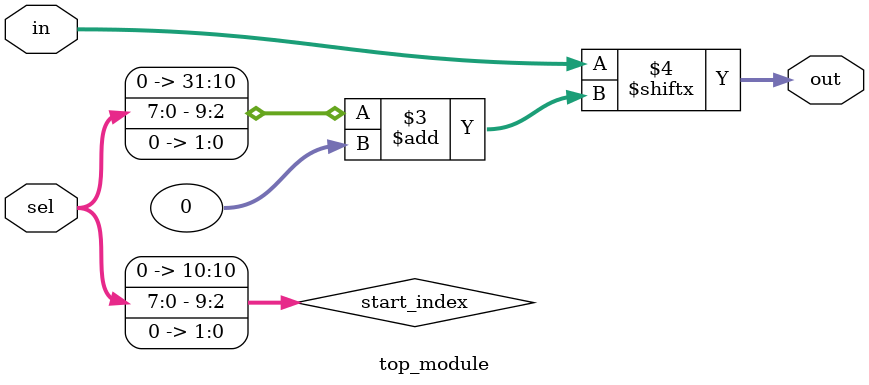
<source format=sv>
module top_module (
	input [1023:0] in,
	input [7:0] sel,
	output [3:0] out
);
	// Calculate the starting index of the 4-bit block in the input vector (in)
	reg [10:0] start_index;
	always @* begin
		start_index = sel << 2;
	end
	
	// Extract the 4-bit block from the input vector (in) starting from the calculated index
	assign out = in[start_index +: 4];
endmodule

</source>
